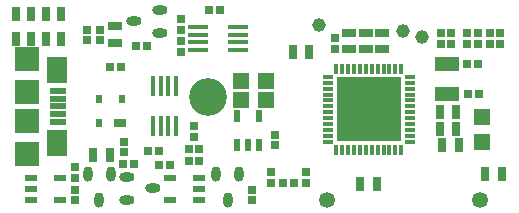
<source format=gbs>
G04 ================== begin FILE IDENTIFICATION RECORD ==================*
G04 Layout Name:  transponderRC2_4-11.brd*
G04 Film Name:    Soldermask_bot*
G04 File Format:  Gerber RS274X*
G04 File Origin:  Cadence Allegro 17.2-S042*
G04 Origin Date:  Thu Jan 24 18:04:02 2019*
G04 *
G04 Layer:  PACKAGE GEOMETRY/SOLDERMASK_BOTTOM*
G04 Layer:  BOARD GEOMETRY/SOLDERMASK_BOTTOM*
G04 Layer:  PIN/SOLDERMASK_BOTTOM*
G04 Layer:  VIA CLASS/SOLDERMASK_BOTTOM*
G04 *
G04 Offset:    (0.0000 0.0000)*
G04 Mirror:    No*
G04 Mode:      Positive*
G04 Rotation:  0*
G04 FullContactRelief:  No*
G04 UndefLineWidth:     0.1500*
G04 ================== end FILE IDENTIFICATION RECORD ====================*
%FSAX55Y55*MOMM*%
%IR0*IPPOS*OFA0.00000B0.00000*MIA0B0*SFA1.00000B1.00000*%
%ADD20R,1.X.7*%
%ADD18O,.8X1.3*%
%ADD17O,1.3X.8*%
%ADD13R,.7X1.2*%
%ADD22R,1.2X.8*%
%ADD19R,.8X1.2*%
%ADD16R,1.45X.5*%
%ADD23R,.45X1.7*%
%ADD25R,1.7X.45*%
%ADD14R,.75X.75*%
%ADD10R,1.0922X.6096*%
%ADD26R,.6096X1.0922*%
%ADD11R,2.1X2.*%
%ADD12R,2.1X2.1*%
%ADD33R,2.1X1.3*%
%ADD15R,1.8X2.3*%
%ADD24C,3.2*%
%ADD21R,.6X.7*%
%ADD32R,5.5X5.5*%
%ADD30C,1.15*%
%ADD31R,.4X.95*%
%ADD28C,1.35*%
%ADD29R,.95X.4*%
%ADD27R,1.45X1.45*%
%LPD*%
G75*
G54D10*
X-0004165000Y0000105000D03*
X-0004165000Y0000198980D03*
X-0004165000Y0000292960D03*
X-0003916080Y0000105000D03*
X-0003916080Y0000292960D03*
X-0002988920Y0000107040D03*
X-0002988920Y0000295000D03*
X-0002740000Y0000107040D03*
X-0002740000Y0000295000D03*
X-0002740000Y0000201020D03*
G54D11*
X-0004200000Y0000500000D03*
X-0004200000Y0001300000D03*
G54D20*
X-0003415000Y0000760000D03*
G54D30*
X-0001730000Y0001585000D03*
X-0001015000Y0001540000D03*
X-0000855000Y0001485000D03*
G54D21*
X-0003585000Y0000760000D03*
X-0003585000Y0000960000D03*
X-0003395000Y0000960000D03*
G54D12*
X-0004200000Y0000780000D03*
X-0004200000Y0001020000D03*
G54D31*
X-0001580000Y0000530000D03*
X-0001530000Y0000530000D03*
X-0001480000Y0000530000D03*
X-0001430000Y0000530000D03*
X-0001380000Y0000530000D03*
X-0001330000Y0000530000D03*
X-0001330000Y0001220000D03*
X-0001380000Y0001220000D03*
X-0001430000Y0001220000D03*
X-0001480000Y0001220000D03*
X-0001530000Y0001220000D03*
X-0001580000Y0001220000D03*
X-0001280000Y0000530000D03*
X-0001230000Y0000530000D03*
X-0001180000Y0000530000D03*
X-0001130000Y0000530000D03*
X-0001080000Y0000530000D03*
X-0001030000Y0000530000D03*
X-0001030000Y0001220000D03*
X-0001080000Y0001220000D03*
X-0001130000Y0001220000D03*
X-0001180000Y0001220000D03*
X-0001230000Y0001220000D03*
X-0001280000Y0001220000D03*
G54D22*
X-0003450000Y0001440000D03*
X-0003450000Y0001580000D03*
X-0001330000Y0001525000D03*
X-0001330000Y0001385000D03*
X-0001470000Y0001525000D03*
X-0001470000Y0001385000D03*
X-0001190000Y0001525000D03*
X-0001190000Y0001385000D03*
G54D13*
X-0004287500Y0001467500D03*
X-0004162500Y0001467500D03*
X-0004037500Y0001467500D03*
X-0004037500Y0001682500D03*
X-0004162500Y0001682500D03*
X-0004287500Y0001682500D03*
X-0003912500Y0001467500D03*
X-0003912500Y0001682500D03*
G54D32*
X-0001305000Y0000875000D03*
G54D14*
X-0003790000Y0000195000D03*
X-0003790000Y0000105000D03*
X-0003790000Y0000295000D03*
X-0003790000Y0000385000D03*
X-0003690000Y0001550000D03*
X-0003690000Y0001460000D03*
X-0003380000Y0000510000D03*
X-0003385000Y0000410000D03*
X-0003380000Y0000600000D03*
X-0003580000Y0001550000D03*
X-0003580000Y0001460000D03*
X-0003405000Y0001230000D03*
X-0003495000Y0001230000D03*
X-0003080000Y0000400000D03*
X-0003295000Y0000410000D03*
X-0003080000Y0000525000D03*
X-0003170000Y0000525000D03*
X-0003185000Y0001415000D03*
X-0003275000Y0001415000D03*
X-0002990000Y0000400000D03*
X-0002830000Y0000435000D03*
X-0002740000Y0000435000D03*
X-0002740000Y0000535000D03*
X-0002830000Y0000535000D03*
X-0002785000Y0000730000D03*
X-0002785000Y0000640000D03*
X-0002895000Y0001550000D03*
X-0002895000Y0001450000D03*
X-0002895000Y0001360000D03*
X-0002895000Y0001640000D03*
X-0002655000Y0001715000D03*
X-0002565000Y0001715000D03*
X-0002295000Y0000195000D03*
X-0002295000Y0000105000D03*
X-0002030000Y0000250000D03*
X-0002135000Y0000250000D03*
X-0002135000Y0000340000D03*
X-0002100000Y0000660000D03*
X-0002100000Y0000570000D03*
X-0001840000Y0000340000D03*
X-0001840000Y0000250000D03*
X-0001940000Y0000250000D03*
X-0001590000Y0001385000D03*
X-0001590000Y0001475000D03*
X-0000605000Y0001425000D03*
X-0000695000Y0001425000D03*
X-0000695000Y0001525000D03*
X-0000605000Y0001525000D03*
X-0000465000Y0001005000D03*
X-0000375000Y0001005000D03*
X-0000470000Y0001260000D03*
X-0000380000Y0001260000D03*
X-0000380000Y0001425000D03*
X-0000470000Y0001425000D03*
X-0000470000Y0001525000D03*
X-0000380000Y0001525000D03*
X-0000280000Y0001425000D03*
X-0000280000Y0001525000D03*
X-0000190000Y0001425000D03*
X-0000190000Y0001525000D03*
G54D23*
X-0003132500Y0000730000D03*
X-0003067500Y0000730000D03*
X-0003067500Y0001070000D03*
X-0003132500Y0001070000D03*
X-0003002500Y0000730000D03*
X-0002937500Y0000730000D03*
X-0002937500Y0001070000D03*
X-0003002500Y0001070000D03*
G54D24*
X-0002670000Y0000980000D03*
G54D15*
X-0003945000Y0000590000D03*
X-0003945000Y0001210000D03*
G54D33*
X-0000645000Y0001005000D03*
X-0000645000Y0001255000D03*
G54D25*
X-0002750000Y0001507500D03*
X-0002750000Y0001442500D03*
X-0002750000Y0001377500D03*
X-0002750000Y0001572500D03*
X-0002410000Y0001377500D03*
X-0002410000Y0001442500D03*
X-0002410000Y0001507500D03*
X-0002410000Y0001572500D03*
G54D16*
X-0003932500Y0000770000D03*
X-0003932500Y0000835000D03*
X-0003932500Y0001030000D03*
X-0003932500Y0000965000D03*
X-0003932500Y0000900000D03*
G54D26*
X-0002328980Y0000570000D03*
X-0002422960Y0000570000D03*
X-0002422960Y0000818920D03*
X-0002235000Y0000570000D03*
X-0002235000Y0000818920D03*
G54D17*
X-0003355000Y0000110000D03*
X-0003355000Y0000300000D03*
X-0003135000Y0000205000D03*
X-0003070000Y0001525000D03*
X-0003070000Y0001715000D03*
X-0003290000Y0001620000D03*
G54D27*
X-0002386680Y0001115000D03*
X-0002386680Y0000955000D03*
X-0002173320Y0001115000D03*
X-0002173320Y0000955000D03*
X-0000350000Y0000811680D03*
X-0000350000Y0000598320D03*
G54D18*
X-0003585000Y0000110000D03*
X-0003680000Y0000330000D03*
X-0003490000Y0000330000D03*
X-0002500000Y0000105000D03*
X-0002595000Y0000325000D03*
X-0002405000Y0000325000D03*
G54D28*
X-0001655000Y0000110000D03*
X-0000365000Y0000110000D03*
G54D19*
X-0003640000Y0000490000D03*
X-0003500000Y0000490000D03*
X-0001950000Y0001360000D03*
X-0001810000Y0001360000D03*
X-0001375000Y0000245000D03*
X-0001235000Y0000245000D03*
X-0000705000Y0000850000D03*
X-0000705000Y0000710000D03*
X-0000685000Y0000570000D03*
X-0000320000Y0000330000D03*
X-0000565000Y0000850000D03*
X-0000565000Y0000710000D03*
X-0000545000Y0000570000D03*
X-0000180000Y0000330000D03*
G54D29*
X-0001650000Y0000850000D03*
X-0001650000Y0000800000D03*
X-0001650000Y0000750000D03*
X-0001650000Y0000700000D03*
X-0001650000Y0000650000D03*
X-0001650000Y0000600000D03*
X-0001650000Y0001150000D03*
X-0001650000Y0001100000D03*
X-0001650000Y0001050000D03*
X-0001650000Y0001000000D03*
X-0001650000Y0000950000D03*
X-0001650000Y0000900000D03*
X-0000960000Y0000600000D03*
X-0000960000Y0000650000D03*
X-0000960000Y0000700000D03*
X-0000960000Y0000750000D03*
X-0000960000Y0000800000D03*
X-0000960000Y0000850000D03*
X-0000960000Y0000900000D03*
X-0000960000Y0000950000D03*
X-0000960000Y0001000000D03*
X-0000960000Y0001050000D03*
X-0000960000Y0001100000D03*
X-0000960000Y0001150000D03*
M02*

</source>
